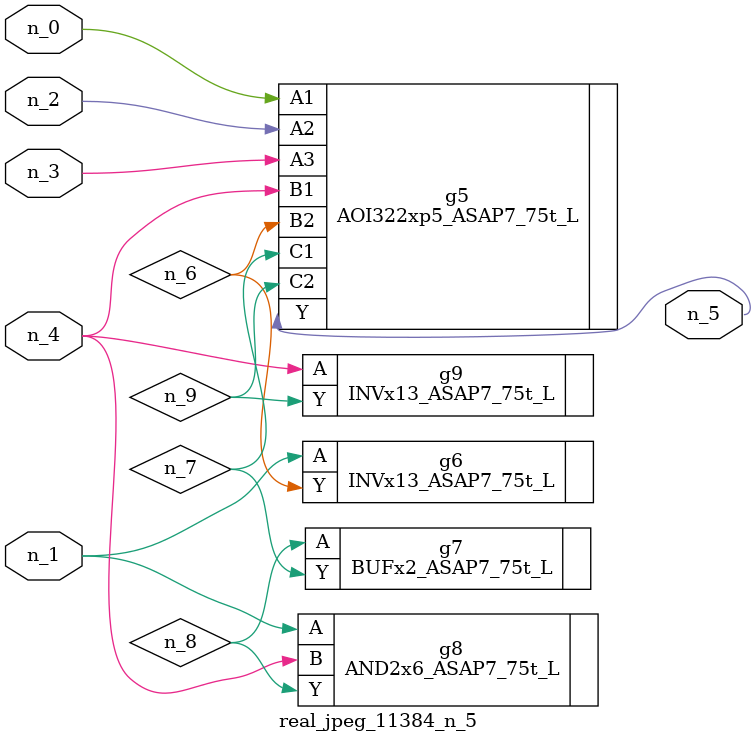
<source format=v>
module real_jpeg_11384_n_5 (n_4, n_0, n_1, n_2, n_3, n_5);

input n_4;
input n_0;
input n_1;
input n_2;
input n_3;

output n_5;

wire n_8;
wire n_6;
wire n_7;
wire n_9;

AOI322xp5_ASAP7_75t_L g5 ( 
.A1(n_0),
.A2(n_2),
.A3(n_3),
.B1(n_4),
.B2(n_6),
.C1(n_7),
.C2(n_9),
.Y(n_5)
);

INVx13_ASAP7_75t_L g6 ( 
.A(n_1),
.Y(n_6)
);

AND2x6_ASAP7_75t_L g8 ( 
.A(n_1),
.B(n_4),
.Y(n_8)
);

INVx13_ASAP7_75t_L g9 ( 
.A(n_4),
.Y(n_9)
);

BUFx2_ASAP7_75t_L g7 ( 
.A(n_8),
.Y(n_7)
);


endmodule
</source>
